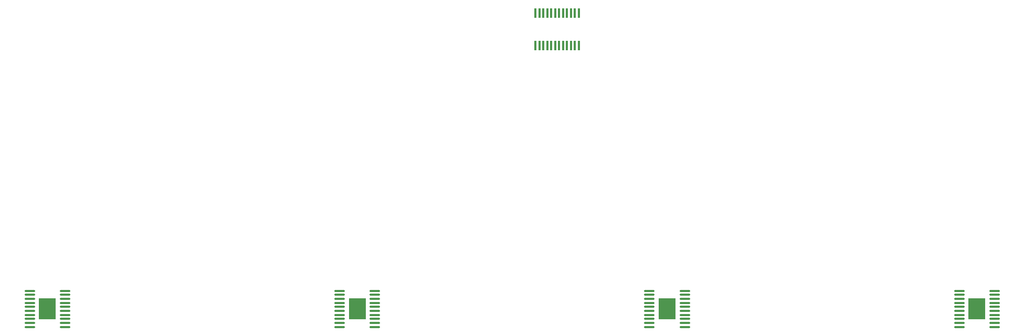
<source format=gtp>
G04 Layer_Color=8421504*
%FSLAX25Y25*%
%MOIN*%
G70*
G01*
G75*
%ADD10R,0.01400X0.06300*%
%ADD11O,0.06693X0.01378*%
%ADD12R,0.10827X0.13504*%
D10*
X726850Y423550D02*
D03*
X729350D02*
D03*
X731850D02*
D03*
X734350D02*
D03*
X736850D02*
D03*
X739350D02*
D03*
X741850D02*
D03*
X744350D02*
D03*
X746850D02*
D03*
X749350D02*
D03*
X751850D02*
D03*
X754350D02*
D03*
Y402650D02*
D03*
X751850D02*
D03*
X749350D02*
D03*
X746850D02*
D03*
X744350D02*
D03*
X741850D02*
D03*
X739350D02*
D03*
X736850D02*
D03*
X734350D02*
D03*
X731850D02*
D03*
X729350D02*
D03*
X726850D02*
D03*
D11*
X405559Y246559D02*
D03*
Y244000D02*
D03*
Y241441D02*
D03*
Y238882D02*
D03*
Y236323D02*
D03*
Y233764D02*
D03*
Y231205D02*
D03*
Y228646D02*
D03*
Y226087D02*
D03*
Y223528D02*
D03*
X428000Y246559D02*
D03*
Y244000D02*
D03*
Y241441D02*
D03*
Y238882D02*
D03*
Y236323D02*
D03*
Y233764D02*
D03*
Y231205D02*
D03*
Y228646D02*
D03*
Y226087D02*
D03*
Y223528D02*
D03*
X602340Y246559D02*
D03*
Y244000D02*
D03*
Y241441D02*
D03*
Y238882D02*
D03*
Y236323D02*
D03*
Y233764D02*
D03*
Y231205D02*
D03*
Y228646D02*
D03*
Y226087D02*
D03*
Y223528D02*
D03*
X624780Y246559D02*
D03*
Y244000D02*
D03*
Y241441D02*
D03*
Y238882D02*
D03*
Y236323D02*
D03*
Y233764D02*
D03*
Y231205D02*
D03*
Y228646D02*
D03*
Y226087D02*
D03*
Y223528D02*
D03*
X799120Y246559D02*
D03*
Y244000D02*
D03*
Y241441D02*
D03*
Y238882D02*
D03*
Y236323D02*
D03*
Y233764D02*
D03*
Y231205D02*
D03*
Y228646D02*
D03*
Y226087D02*
D03*
Y223528D02*
D03*
X821560Y246559D02*
D03*
Y244000D02*
D03*
Y241441D02*
D03*
Y238882D02*
D03*
Y236323D02*
D03*
Y233764D02*
D03*
Y231205D02*
D03*
Y228646D02*
D03*
Y226087D02*
D03*
Y223528D02*
D03*
X995900Y246559D02*
D03*
Y244000D02*
D03*
Y241441D02*
D03*
Y238882D02*
D03*
Y236323D02*
D03*
Y233764D02*
D03*
Y231205D02*
D03*
Y228646D02*
D03*
Y226087D02*
D03*
Y223528D02*
D03*
X1018341Y246559D02*
D03*
Y244000D02*
D03*
Y241441D02*
D03*
Y238882D02*
D03*
Y236323D02*
D03*
Y233764D02*
D03*
Y231205D02*
D03*
Y228646D02*
D03*
Y226087D02*
D03*
Y223528D02*
D03*
D12*
X416780Y235043D02*
D03*
X613560D02*
D03*
X810340Y235043D02*
D03*
X1007120D02*
D03*
M02*

</source>
